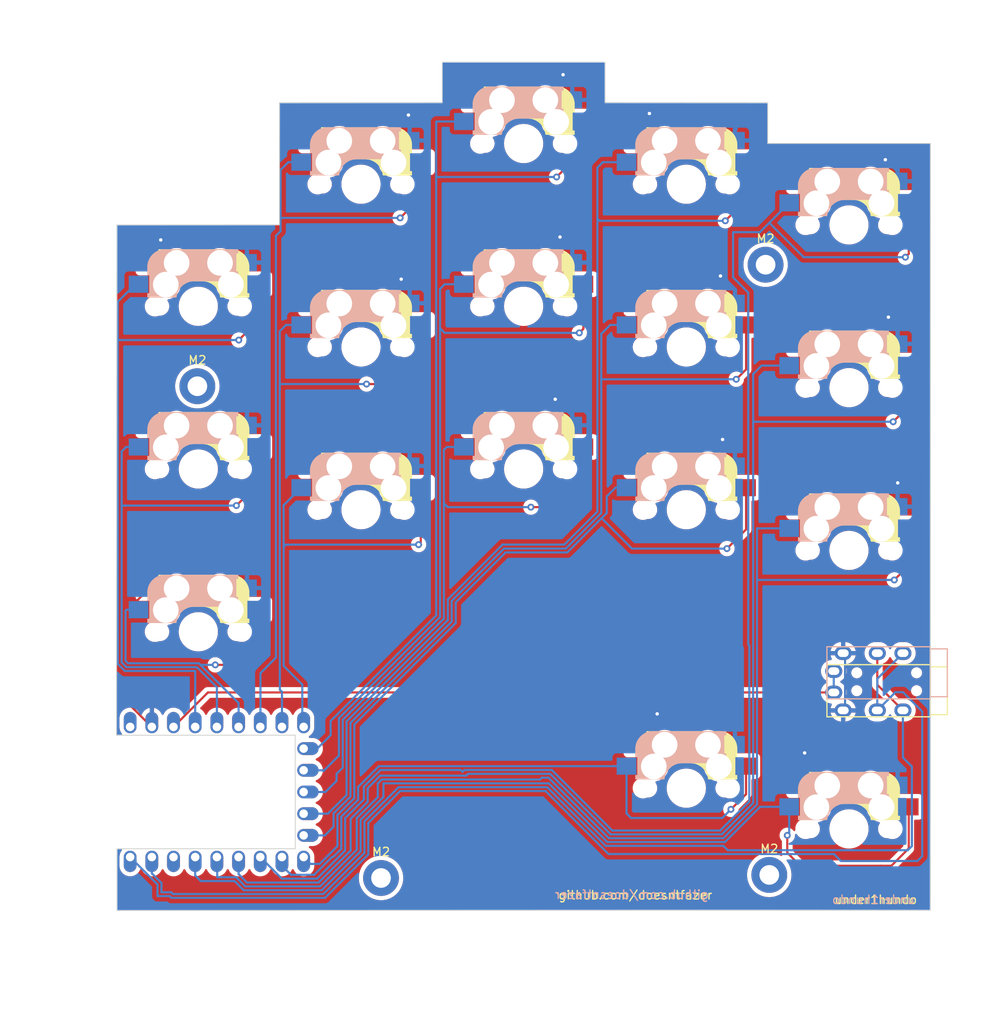
<source format=kicad_pcb>
(kicad_pcb (version 20221018) (generator pcbnew)
  (layers (0 "F.Cu" signal) (31 "B.Cu" signal) (34 "B.Paste" user) (35 "F.Paste" user) (36 "B.SilkS" user "B.Silkscreen") (37 "F.SilkS" user "F.Silkscreen") (38 "B.Mask" user) (39 "F.Mask" user) (44 "Edge.Cuts" user))
  (net 0 "")
  (net 1 "GND")
  (net 2 "TX")
  (net 3 "RX")
  (net 4 "3v3")
  (net 6 "R1")
  (net 7 "R2")
  (net 8 "R3")
  (net 9 "R4")
  (net 10 "R5")
  (net 11 "R6")
  (net 12 "R7")
  (net 13 "R8")
  (net 14 "R9")
  (net 15 "R10")
  (net 16 "R11")
  (net 17 "R12")
  (net 18 "R13")
  (net 19 "R14")
  (net 20 "R15")
  (net 21 "R16")
  (net 22 "R17")
  (footprint "kbd:CherryMX_MidHeight_Hotswap" (layer "F.Cu") (at 229.982 90.591)
    (fp_text reference "SW15" hide)
    (fp_text value "SW_PUSH" hide)
  )
  (footprint "kbd:CherryMX_MidHeight_Hotswap" (layer "F.Cu") (at 191.882 81.066)
    (fp_text reference "SW13" hide)
    (fp_text value "SW_PUSH" hide)
  )
  (footprint "kbd:CherryMX_MidHeight_Hotswap" (layer "F.Cu") (at 229.982 123.19)
    (fp_text reference "SW17" hide)
    (fp_text value "SW_PUSH" hide)
  )
  (footprint "kbd:CherryMX_MidHeight_Hotswap" (layer "F.Cu") (at 153.782 81.066)
    (fp_text reference "SW6" hide)
    (fp_text value "SW_PUSH" hide)
  )
  (footprint "kbd:CherryMX_MidHeight_Hotswap" (layer "F.Cu") (at 210.932 118.4275)
    (fp_text reference "SW16" hide)
    (fp_text value "SW_PUSH" hide)
  )
  (footprint "kbd:M2_Hole_TH" (layer "F.Cu") (at 175.18 128.94)
    (fp_text reference "M2")
    (fp_text value "M2_Hole_TH")
  )
  (footprint "kbd:CherryMX_MidHeight_Hotswap" (layer "F.Cu") (at 172.832 47.7285)
    (fp_text reference "SW2" hide)
    (fp_text value "SW_PUSH" hide)
  )
  (footprint "kbd:M2_Hole_TH" (layer "F.Cu") (at 153.67 71.374)
    (fp_text reference "M2")
    (fp_text value "M2_Hole_TH")
  )
  (footprint "kbd:CherryMX_MidHeight_Hotswap" (layer "F.Cu") (at 210.932 66.7785)
    (fp_text reference "SW9" hide)
    (fp_text value "SW_PUSH" hide)
  )
  (footprint "kbd:CherryMX_MidHeight_Hotswap" (layer "F.Cu") (at 153.782 62.016)
    (fp_text reference "SW1" hide)
    (fp_text value "SW_PUSH" hide)
  )
  (footprint "kbd:CherryMX_MidHeight_Hotswap" (layer "F.Cu") (at 172.832 66.7785)
    (fp_text reference "SW7" hide)
    (fp_text value "SW_PUSH" hide)
  )
  (footprint "Keebio-Parts.pretty-master:TRRS-PJ-320A-rev - Copy" (layer "F.Cu") (at 238.484 106.514 -90)
    (fp_text reference "U2")
    (fp_text value "TRRS")
  )
  (footprint "kbd:CherryMX_MidHeight_Hotswap" (layer "F.Cu") (at 210.932 47.7285)
    (fp_text reference "SW4" hide)
    (fp_text value "SW_PUSH" hide)
  )
  (footprint "kbd:M2_Hole_TH" (layer "F.Cu") (at 220.218 57.15)
    (fp_text reference "M2")
    (fp_text value "M2_Hole_TH")
  )
  (footprint "kbd:CherryMX_MidHeight_Hotswap" (layer "F.Cu") (at 229.982 71.541)
    (fp_text reference "SW10" hide)
    (fp_text value "SW_PUSH" hide)
  )
  (footprint "kbd:CherryMX_MidHeight_Hotswap" (layer "F.Cu") (at 229.982 52.491)
    (fp_text reference "SW5" hide)
    (fp_text value "SW_PUSH" hide)
  )
  (footprint "kbd:CherryMX_MidHeight_Hotswap" (layer "F.Cu") (at 191.882 42.966)
    (fp_text reference "SW3" hide)
    (fp_text value "SW_PUSH" hide)
  )
  (footprint "kbd:M2_Hole_TH" (layer "F.Cu") (at 220.65 128.58)
    (fp_text reference "M2")
    (fp_text value "M2_Hole_TH")
  )
  (footprint "kbd:CherryMX_MidHeight_Hotswap" (layer "F.Cu") (at 153.782 100.116)
    (fp_text reference "SW11" hide)
    (fp_text value "SW_PUSH" hide)
  )
  (footprint "kbd:CherryMX_MidHeight_Hotswap" (layer "F.Cu") (at 191.882 62.016)
    (fp_text reference "SW8" hide)
    (fp_text value "SW_PUSH" hide)
  )
  (footprint "kbd:CherryMX_MidHeight_Hotswap" (layer "F.Cu") (at 172.832 85.8285)
    (fp_text reference "SW12" hide)
    (fp_text value "SW_PUSH" hide)
  )
  (footprint "kbd:CherryMX_MidHeight_Hotswap" (layer "F.Cu") (at 210.932 85.8285)
    (fp_text reference "SW14" hide)
    (fp_text value "SW_PUSH" hide)
  )
  (footprint "mcu:rp2040-zero-tht-nocut" (layer "B.Cu") (at 155.956 118.872 -90)
    (fp_text reference "U1" hide)
    (fp_text value "rp2040-zero" hide)
  )
  (gr_line (start 201.42 38.18) (end 220.47 38.19) (stroke (width 0.1)) (layer "Edge.Cuts"))
  (gr_line (start 220.47 38.19) (end 220.47 42.95) (stroke (width 0.1)) (layer "Edge.Cuts"))
  (gr_line (start 163.28 52.48) (end 163.29 38.19) (stroke (width 0.1)) (layer "Edge.Cuts"))
  (gr_line (start 144.2 112.23) (end 144.24 52.49) (stroke (width 0.1)) (layer "Edge.Cuts"))
  (gr_line (start 220.46 132.71) (end 144.25 132.74) (stroke (width 0.1)) (layer "Edge.Cuts"))
  (gr_line (start 165.14 125.51) (end 165.13 112.22) (stroke (width 0.1)) (layer "Edge.Cuts"))
  (gr_line (start 165.13 112.22) (end 144.2 112.23) (stroke (width 0.1)) (layer "Edge.Cuts"))
  (gr_line (start 144.25 125.52) (end 165.14 125.51) (stroke (width 0.1)) (layer "Edge.Cuts"))
  (gr_line (start 163.29 38.19) (end 182.35 38.18) (stroke (width 0.1)) (layer "Edge.Cuts"))
  (gr_line (start 239.51 132.72) (end 220.46 132.71) (stroke (width 0.1)) (layer "Edge.Cuts"))
  (gr_line (start 144.24 52.49) (end 163.28 52.48) (stroke (width 0.1)) (layer "Edge.Cuts"))
  (gr_line (start 201.42 33.43) (end 201.42 38.18) (stroke (width 0.1)) (layer "Edge.Cuts"))
  (gr_line (start 182.35 38.18) (end 182.35 33.43) (stroke (width 0.1)) (layer "Edge.Cuts"))
  (gr_line (start 144.25 132.74) (end 144.25 125.52) (stroke (width 0.1)) (layer "Edge.Cuts"))
  (gr_line (start 182.35 33.43) (end 201.42 33.43) (stroke (width 0.1)) (layer "Edge.Cuts"))
  (gr_line (start 239.52 42.95) (end 239.51 132.72) (stroke (width 0.1)) (layer "Edge.Cuts"))
  (gr_line (start 220.47 42.95) (end 239.52 42.95) (stroke (width 0.1)) (layer "Edge.Cuts"))
  (gr_text "github.com/doesntfazer" (at 213.65 131.46) (layer "B.SilkS") (effects (font (size 1 1)) (justify left bottom mirror)))
  (gr_text "under1hundo" (at 237.79 132.06) (layer "B.SilkS") (effects (font (size 1 1)) (justify left bottom mirror)))
  (gr_text "github.com/doesntfazer" (at 195.87 131.53) (layer "F.SilkS") (effects (font (size 1 1)) (justify left bottom)))
  (gr_text "under1hundo" (at 228.18 132.06) (layer "F.SilkS") (effects (font (size 1 1)) (justify left bottom)))
  (segment (start 148.082 55.548) (end 149.38 54.25) (width 0.25) (layer "F.Cu") (net 1))
  (segment (start 205.27 77.61) (end 205.232 77.648) (width 0.25) (layer "F.Cu") (net 1))
  (segment (start 186.182 54.392) (end 186.182 56.896) (width 0.25) (layer "F.Cu") (net 1))
  (segment (start 167.132 42.6085) (end 167.132 39.558) (width 0.25) (layer "F.Cu") (net 1))
  (segment (start 196.14 53.91) (end 186.56 53.91) (width 0.25) (layer "F.Cu") (net 1))
  (segment (start 205.232 40.828) (end 206.61 39.45) (width 0.25) (layer "F.Cu") (net 1))
  (segment (start 186.51 34.91) (end 186.182 35.238) (width 0.25) (layer "F.Cu") (net 1))
  (segment (start 225.03 44.86) (end 224.282 45.608) (width 0.25) (layer "F.Cu") (net 1))
  (segment (start 224.68 63.29) (end 224.24 63.73) (width 0.25) (layer "F.Cu") (net 1))
  (segment (start 205.232 42.6085) (end 205.232 40.828) (width 0.25) (layer "F.Cu") (net 1))
  (segment (start 224.24 63.73) (end 224.282 63.772) (width 0.25) (layer "F.Cu") (net 1))
  (segment (start 167.132 59.908) (end 167.132 61.6585) (width 0.25) (layer "F.Cu") (net 1))
  (segment (start 235.69 82.69) (end 225.01 82.69) (width 0.25) (layer "F.Cu") (net 1))
  (segment (start 186.69 72.898) (end 186.182 73.406) (width 0.25) (layer "F.Cu") (net 1))
  (segment (start 224.282 45.608) (end 224.282 47.371) (width 0.25) (layer "F.Cu") (net 1))
  (segment (start 205.232 113.3075) (end 205.232 112.014) (width 0.25) (layer "F.Cu") (net 1))
  (segment (start 177.54 58.84) (end 168.2 58.84) (width 0.25) (layer "F.Cu") (net 1))
  (segment (start 224.282 63.772) (end 224.282 66.421) (width 0.25) (layer "F.Cu") (net 1))
  (segment (start 148.31628 111.252) (end 145.47 108.40572) (width 0.25) (layer "F.Cu") (net 1))
  (segment (start 206.66 58.47) (end 205.232 59.898) (width 0.25) (layer "F.Cu") (net 1))
  (segment (start 205.232 112.014) (end 207.518 109.728) (width 0.25) (layer "F.Cu") (net 1))
  (segment (start 224.282 83.418) (end 224.282 85.471) (width 0.25) (layer "F.Cu") (net 1))
  (segment (start 215.18 77.61) (end 205.27 77.61) (width 0.25) (layer "F.Cu") (net 1))
  (segment (start 186.182 35.238) (end 186.182 37.846) (width 0.25) (layer "F.Cu") (net 1))
  (segment (start 148.082 56.896) (end 148.082 55.548) (width 0.25) (layer "F.Cu") (net 1))
  (segment (start 167.132 39.558) (end 167.28 39.41) (width 0.25) (layer "F.Cu") (net 1))
  (segment (start 224.282 118.07) (end 224.282 114.808) (width 0.25) (layer "F.Cu") (net 1))
  (segment (start 167.28 39.41) (end 178.17 39.41) (width 0.25) (layer "F.Cu") (net 1))
  (segment (start 195.58 72.898) (end 186.69 72.898) (width 0.25) (layer "F.Cu") (net 1))
  (segment (start 214.93 58.47) (end 206.66 58.47) (width 0.25) (layer "F.Cu") (net 1))
  (segment (start 186.182 73.406) (end 186.182 75.946) (width 0.25) (layer "F.Cu") (net 1))
  (segment (start 178.17 39.41) (end 178.39 39.63) (width 0.25) (layer "F.Cu") (net 1))
  (segment (start 148.336 111.252) (end 148.31628 111.252) (width 0.25) (layer "F.Cu") (net 1))
  (segment (start 234.24 44.86) (end 225.03 44.86) (width 0.25) (layer "F.Cu") (net 1))
  (segment (start 205.232 77.648) (end 205.232 80.7085) (width 0.25) (layer "F.Cu") (net 1))
  (segment (start 186.56 53.91) (end 186.13 54.34) (width 0.25) (layer "F.Cu") (net 1))
  (segment (start 186.13 54.34) (end 186.182 54.392) (width 0.25) (layer "F.Cu") (net 1))
  (segment (start 234.6 63.29) (end 224.68 63.29) (width 0.25) (layer "F.Cu") (net 1))
  (segment (start 196.5 34.91) (end 186.51 34.91) (width 0.25) (layer "F.Cu") (net 1))
  (segment (start 205.232 59.898) (end 205.232 61.6585) (width 0.25) (layer "F.Cu") (net 1))
  (segment (start 224.282 114.808) (end 224.79 114.3) (width 0.25) (layer "F.Cu") (net 1))
  (segment (start 168.2 58.84) (end 167.132 59.908) (width 0.25) (layer "F.Cu") (net 1))
  (segment (start 225.01 82.69) (end 224.282 83.418) (width 0.25) (layer "F.Cu") (net 1))
  (segment (start 145.47 108.40572) (end 145.47 97.608) (width 0.25) (layer "F.Cu") (net 1))
  (segment (start 145.47 97.608) (end 148.082 94.996) (width 0.25) (layer "F.Cu") (net 1))
  (via (at 235.69 82.69) (size 0.8) (drill 0.4) (layers "F.Cu" "B.Cu") (net 1))
  (via (at 196.5 34.91) (size 0.8) (drill 0.4) (layers "F.Cu" "B.Cu") (net 1))
  (via (at 195.58 72.898) (size 0.8) (drill 0.4) (layers "F.Cu" "B.Cu") (net 1))
  (via (at 206.61 39.45) (size 0.8) (drill 0.4) (layers "F.Cu" "B.Cu") (net 1))
  (via (at 207.518 109.728) (size 0.8) (drill 0.4) (layers "F.Cu" "B.Cu") (net 1))
  (via (at 178.39 39.63) (size 0.8) (drill 0.4) (layers "F.Cu" "B.Cu") (net 1))
  (via (at 149.38 54.25) (size 0.8) (drill 0.4) (layers "F.Cu" "B.Cu") (net 1))
  (via (at 234.6 63.29) (size 0.8) (drill 0.4) (layers "F.Cu" "B.Cu") (net 1))
  (via (at 177.54 58.84) (size 0.8) (drill 0.4) (layers "F.Cu" "B.Cu") (net 1))
  (via (at 214.93 58.47) (size 0.8) (drill 0.4) (layers "F.Cu" "B.Cu") (net 1))
  (via (at 234.24 44.86) (size 0.8) (drill 0.4) (layers "F.Cu" "B.Cu") (net 1))
  (via (at 196.14 53.91) (size 0.8) (drill 0.4) (layers "F.Cu" "B.Cu") (net 1))
  (via (at 224.79 114.3) (size 0.8) (drill 0.4) (layers "F.Cu" "B.Cu") (net 1))
  (via (at 215.18 77.61) (size 0.8) (drill 0.4) (layers "F.Cu" "B.Cu") (net 1))
  (segment (start 216.84 39.99) (end 216.84 41.25) (width 0.25) (layer "B.Cu") (net 1))
  (segment (start 216.632 80.7085) (end 216.632 79.062) (width 0.25) (layer "B.Cu") (net 1))
  (segment (start 159.482 54.772) (end 159.482 56.896) (width 0.25) (layer "B.Cu") (net 1))
  (segment (start 178.532 59.832) (end 177.54 58.84) (width 0.25) (layer "B.Cu") (net 1))
  (segment (start 197.582 56.896) (end 197.582 55.352) (width 0.25) (layer "B.Cu") (net 1))
  (segment (start 216.632 79.062) (end 215.18 77.61) (width 0.25) (layer "B.Cu") (net 1))
  (segment (start 207.518 109.728) (end 214.884 109.728) (width 0.25) (layer "B.Cu") (net 1))
  (segment (start 235.682 64.372) (end 234.6 63.29) (width 0.25) (layer "B.Cu") (net 1))
  (segment (start 216.662 111.506) (end 216.632 111.536) (width 0.25) (layer "B.Cu") (net 1))
  (segment (start 178.532 39.772) (end 178.532 42.6085) (width 0.25) (layer "B.Cu") (net 1))
  (segment (start 197.582 55.352) (end 196.14 53.91) (width 0.25) (layer "B.Cu") (net 1))
  (segment (start 216.632 41.458) (end 216.632 42.6085) (width 0.25) (layer "B.Cu") (net 1))
  (segment (start 206.61 39.45) (end 216.3 39.45) (width 0.25) (layer "B.Cu") (net 1))
  (segment (start 216.84 41.25) (end 216.632 41.458) (width 0.25) (layer "B.Cu") (net 1))
  (segment (start 149.38 54.25) (end 158.96 54.25) (width 0.25) (layer "B.Cu") (net 1))
  (segment (start 235.682 66.421) (end 235.682 64.372) (width 0.25) (layer "B.Cu") (net 1))
  (segment (start 235.682 82.698) (end 235.69 82.69) (width 0.25) (layer "B.Cu") (net 1))
  (segment (start 235.682 46.302) (end 234.24 44.86) (width 0.25) (layer "B.Cu") (net 1))
  (segment (start 197.582 37.846) (end 197.582 35.992) (width 0.25) (layer "B.Cu") (net 1))
  (segment (start 224.79 114.3) (end 234.696 114.3) (width 0.25) (layer "B.Cu") (net 1))
  (segment (start 229.3 109.32) (end 229.525 109.095) (width 0.25) (layer "B.Cu") (net 1))
  (segment (start 214.884 109.728) (end 216.662 111.506) (width 0.25) (layer "B.Cu") (net 1))
  (segment (start 216.3 39.45) (end 216.84 39.99) (width 0.25) (layer "B.Cu") (net 1))
  (segment (start 229.525 102.845) (end 229.3 102.62) (width 0.25) (layer "B.Cu") (net 1))
  (segment (start 197.582 74.9) (end 195.58 72.898) (width 0.25) (layer "B.Cu") (net 1))
  (segment (start 216.632 61.6585) (end 216.632 60.172) (width 0.25) (layer "B.Cu") (net 1))
  (segment (start 197.582 75.946) (end 197.582 74.9) (width 0.25) (layer "B.Cu") (net 1))
  (segment (start 158.96 54.25) (end 159.482 54.772) (width 0.25) (layer "B.Cu") (net 1))
  (segment (start 178.532 61.6585) (end 178.532 59.832) (width 0.25) (layer "B.Cu") (net 1))
  (segment (start 197.582 35.992) (end 196.5 34.91) (width 0.25) (layer "B.Cu") (net 1))
  (segment (start 216.632 60.172) (end 214.93 58.47) (width 0.25) (layer "B.Cu") (net 1))
  (segment (start 216.632 111.536) (end 216.632 113.3075) (width 0.25) (layer "B.Cu") (net 1))
  (segment (start 178.39 39.63) (end 178.532 39.772) (width 0.25) (layer "B.Cu") (net 1))
  (segment (start 235.682 47.371) (end 235.682 46.302) (width 0.25) (layer "B.Cu") (net 1))
  (segment (start 235.682 115.286) (end 235.682 118.07) (width 0.25) (layer "B.Cu") (net 1))
  (segment (start 235.682 85.471) (end 235.682 82.698) (width 0.25) (layer "B.Cu") (net 1))
  (segment (start 234.696 114.3) (end 235.682 115.286) (width 0.25) (layer "B.Cu") (net 1))
  (segment (start 229.525 109.095) (end 229.525 102.845) (width 0.25) (layer "B.Cu") (net 1))
  (segment (start 238.56 109.44) (end 238.56 126.39) (width 0.25) (layer "B.Cu") (net 2))
  (segment (start 233.3 109.32) (end 233.3 105.62) (width 0.25) (layer "B.Cu") (net 2))
  (segment (start 238 126.95) (end 229.04 126.95) (width 0.25) (layer "B.Cu") (net 2))
  (segment (start 194.440812 118.76) (end 177.425584 118.76) (width 0.25) (layer "B.Cu") (net 2))
  (segment (start 228.23 126.14) (end 201.820812 126.14) (width 0.25) (layer "B.Cu") (net 2))
  (segment (start 236.31 107.19) (end 238.56 109.44) (width 0.25) (layer "B.Cu") (net 2))
  (segment (start 177.425584 118.76) (end 173.688198 122.497386) (width 0.25) (layer "B.Cu") (net 2))
  (segment (start 233.3 109.32) (end 235.39 107.23) (width 0.25) (layer "B.Cu") (net 2))
  (segment (start 149 131.06) (end 150.423604 131.06) (width 0.25) (layer "B.Cu") (net 2))
  (segment (start 173.688198 122.497386) (end 173.688198 126.193782) (width 0.25) (layer "B.Cu") (net 2))
  (segment (start 238.56 126.39) (end 238 126.95) (width 0.25) (layer "B.Cu") (net 2))
  (segment (start 235.39 107.19) (end 236.31 107.19) (width 0.25) (layer "B.Cu") (net 2))
  (segment (start 149 129.696) (end 149 131.06) (width 0.25) (layer "B.Cu") (net 2))
  (segment (start 150.423604 131.06) (end 150.633604 131.27) (width 0.25) (layer "B.Cu") (net 2))
  (segment (start 173.688198 126.193782) (end 168.61198 131.27) (width 0.25) (layer "B.Cu") (net 2))
  (segment (start 168.61198 131.27) (end 150.633604 131.27) (width 0.25) (layer "B.Cu") (net 2))
  (segment (start 235.39 107.23) (end 235.39 107.19) (width 0.25) (layer "B.Cu") (net 2))
  (segment (start 201.820812 126.14) (end 194.440812 118.76) (width 0.25) (layer "B.Cu") (net 2))
  (segment (start 145.796 126.492) (end 149 129.696) (width 0.25) (layer "B.Cu") (net 2))
  (segment (start 229.04 126.95) (end 228.23 126.14) (width 0.25) (layer "B.Cu") (net 2))
  (segment (start 233.3 105.62) (end 236.3 102.62) (width 0.25) (layer "B.Cu") (net 2))
  (segment (start 233.3 102.62) (end 233.3 106.32) (width 0.25) (layer "F.Cu") (net 3))
  (segment (start 233.3 106.32) (end 236.3 109.32) (width 0.25) (layer "F.Cu") (net 3))
  (segment (start 237.35 115.89) (end 236.3 114.84) (width 0.25) (layer "B.Cu") (net 3))
  (segment (start 236.3 114.84) (end 236.3 109.32) (width 0.25) (layer "B.Cu") (net 3))
  (segment (start 173.238198 126.007386) (end 173.238198 122.31099) (width 0.25) (layer "B.Cu") (net 3))
  (segment (start 173.238198 122.31099) (end 177.239188 118.31) (width 0.25) (layer "B.Cu") (net 3))
  (segment (start 201.497208 125.18) (end 215.272792 125.18) (width 0.25) (layer "B.Cu") (net 3))
  (segment (start 215.272792 125.18) (end 215.782792 125.69) (width 0.25) (layer "B.Cu") (net 3))
  (segment (start 215.782792 125.69) (end 236.87 125.69) (width 0.25) (layer "B.Cu") (net 3))
  (segment (start 150.61 130.61) (end 150.82 130.82) (width 0.25) (layer "B.Cu") (net 3))
  (segment (start 150.82 130.82) (end 168.425584 130.82) (width 0.25) (layer "B.Cu") (net 3))
  (segment (start 149.47 130.61) (end 150.61 130.61) (width 0.25) (layer "B.Cu") (net 3))
  (segment (start 148.336 126.492) (end 148.336 128.395604) (width 0.25) (layer "B.Cu") (net 3))
  (segment (start 236.87 125.69) (end 237.35 125.21) (width 0.25) (layer "B.Cu") (net 3))
  (segment (start 237.35 125.21) (end 237.35 115.89) (width 0.25) (layer "B.Cu") (net 3))
  (segment (start 194.627208 118.31) (end 201.497208 125.18) (width 0.25) (layer "B.Cu") (net 3))
  (segment (start 168.425584 130.82) (end 173.238198 126.007386) (width 0.25) (layer "B.Cu") (net 3))
  (segment (start 149.47 129.529604) (end 149.47 130.61) (width 0.25) (layer "B.Cu") (net 3))
  (segment (start 148.336 128.395604) (end 149.47 129.529604) (width 0.25) (layer "B.Cu") (net 3))
  (segment (start 177.239188 118.31) (end 194.627208 118.31) (width 0.25) (layer "B.Cu") (net 3))
  (segment (start 154.908 107.22) (end 150.876 111.252) (width 0.25) (layer "F.Cu") (net 4))
  (segment (start 228.2 107.22) (end 154.908 107.22) (width 0.25) (layer "F.Cu") (net 4))
  (segment (start 228.2 107.22) (end 228.2 104.72) (width 0.25) (layer "B.Cu") (net 4))
  (segment (start 160.782 63.708) (end 158.52 65.97) (width 0.25) (layer "F.Cu") (net 6))
  (segment (start 160.782 59.436) (end 160.782 63.708) (width 0.25) (layer "F.Cu") (net 6))
  (via (at 158.52 65.97) (size 0.8) (drill 0.4) (layers "F.Cu" "B.Cu") (net 6))
  (segment (start 146.404 59.436) (end 144.35898 61.48102) (width 0.25) (layer "B.Cu") (net 6))
  (segment (start 144.357086 64.310011) (end 144.357086 65.97) (width 0.25) (layer "B.Cu") (net 6))
  (segment (start 144.357086 65.97) (end 144.357086 103.887086) (width 0.25) (layer "B.Cu") (net 6))
  (segment (start 144.35898 61.48102) (end 144.357086 64.310011) (width 0.25) (layer "B.Cu") (net 6))
  (segment (start 146.782 59.436) (end 146.404 59.436) (width 0.25) (layer "B.Cu") (net 6))
  (segment (start 144.357086 103.887086) (end 145.176 104.706) (width 0.25) (layer "B.Cu") (net 6))
  (segment (start 145.176 104.706) (end 153.416 104.706) (width 0.25) (layer "B.Cu") (net 6))
  (segment (start 153.416 104.706) (end 153.416 111.252) (width 0.25) (layer "B.Cu") (net 6))
  (segment (start 158.52 65.97) (end 144.357086 65.97) (width 0.25) (layer "B.Cu") (net 6))
  (segment (start 179.832 45.1485) (end 179.832 49.258) (width 0.25) (layer "F.Cu") (net 7))
  (segment (start 179.832 49.258) (end 177.42 51.67) (width 0.25) (layer "F.Cu") (net 7))
  (via (at 177.42 51.67) (size 0.8) (drill 0.4) (layers "F.Cu" "B.Cu") (net 7))
  (segment (start 163.409492 53.230508) (end 162.87 53.77) (width 0.25) (layer "B.Cu") (net 7))
  (segment (start 177.42 51.67) (end 163.549492 51.67) (width 0.25) (layer "B.Cu") (net 7))
  (segment (start 162.87 103.15) (end 161.06 104.96) (width 0.25) (layer "B.Cu") (net 7))
  (segment (start 164.3215 45.1485) (end 163.409492 46.060508) (width 0.25) (layer "B.Cu") (net 7))
  (segment (start 161.06 104.96) (end 161.06 111.228) (width 0.25) (layer "B.Cu") (net 7))
  (segment (start 161.06 111.228) (end 161.036 111.252) (width 0.25) (layer "B.Cu") (net 7))
  (segment (start 163.549492 51.67) (end 163.409492 51.81) (width 0.25) (layer "B.Cu") (net 7))
  (segment (start 162.87 53.77) (end 162.87 103.15) (width 0.25) (layer "B.Cu") (net 7))
  (segment (start 163.409492 46.060508) (end 163.409492 51.81) (width 0.25) (layer "B.Cu") (net 7))
  (segment (start 163.409492 51.81) (end 163.409492 53.230508) (width 0.25) (layer "B.Cu") (net 7))
  (segment (start 165.832 45.1485) (end 164.3215 45.1485) (width 0.25) (layer "B.Cu") (net 7))
  (segment (start 198.882 43.738) (end 195.74 46.88) (width 0.25) (layer "F.Cu") (net 8))
  (segment (start 198.882 40.386) (end 198.882 43.738) (width 0.25) (layer "F.Cu") (net 8))
  (via (at 195.74 46.88) (size 0.8) (drill 0.4) (layers "F.Cu" "B.Cu") (net 8))
  (segment (start 181.72 46.88) (end 181.64 46.8) (width 0.25) (layer "B.Cu") (net 8))
  (segment (start 181.64 40.43) (end 181.64 46.8) (width 0.25) (layer "B.Cu") (net 8))
  (segment (start 195.74 46.88) (end 181.72 46.88) (width 0.25) (layer "B.Cu") (net 8))
  (segment (start 167.708 113.792) (end 166.116 113.792) (width 0.25) (layer "B.Cu") (net 8))
  (segment (start 181.684 40.386) (end 181.64 40.43) (width 0.25) (layer "B.Cu") (net 8))
  (segment (start 184.882 40.386) (end 181.684 40.386) (width 0.25) (layer "B.Cu") (net 8))
  (segment (start 181.64 98.2) (end 169.28 110.56) (width 0.25) (layer "B.Cu") (net 8))
  (segment (start 181.64 46.8) (end 181.64 98.2) (width 0.25) (layer "B.Cu") (net 8))
  (segment (start 169.28 110.56) (end 169.28 112.22) (width 0.25) (layer "B.Cu") (net 8))
  (segment (start 169.28 112.22) (end 167.708 113.792) (width 0.25) (layer "B.Cu") (net 8))
  (segment (start 217.932 49.578) (end 215.5 52.01) (width 0.25) (layer "F.Cu") (net 9))
  (segment (start 217.932 45.1485) (end 217.932 49.578) (width 0.25) (layer "F.Cu") (net 9))
  (via (at 215.5 52.01) (size 0.8) (drill 0.4) (layers "F.Cu" "B.Cu") (net 9))
  (segment (start 171.146396 110.602792) (end 171.146396 119.223604) (width 0.25) (layer "B.Cu") (net 9))
  (segment (start 200.52 86.04) (end 196.65 89.91) (width 0.25) (layer "B.Cu") (net 9))
  (segment (start 200.52 45.78) (end 200.52 51.77) (width 0.25) (layer "B.Cu") (net 9))
  (segment (start 215.5 52.01) (end 200.76 52.01) (width 0.25) (layer "B.Cu") (net 9))
  (segment (start 183.01 96.32) (end 183.01 98.739188) (width 0.25) (layer "B.Cu") (net 9))
  (segment (start 200.52 51.77) (end 200.52 86.04) (width 0.25) (layer "B.Cu") (net 9))
  (segment (start 203.932 45.1485) (end 201.1515 45.1485) (width 0.25) (layer "B.Cu") (net 9))
  (segment (start 171.146396 119.223604) (end 168.958 121.412) (width 0.25) (layer "B.Cu") (net 9))
  (segment (start 201.1515 45.1485) (end 200.52 45.78) (width 0.25) (layer "B.Cu") (net 9))
  (segment (start 168.958 121.412) (end 166.116 121.412) (width 0.25) (layer "B.Cu") (net 9))
  (segment (start 200.76 52.01) (end 200.52 51.77) (width 0.25) (layer "B.Cu") (net 9))
  (segment (start 196.65 89.91) (end 189.42 89.91) (width 0.25) (layer "B.Cu") (net 9))
  (segment (start 189.42 89.91) (end 183.01 96.32) (width 0.25) (layer "B.Cu") (net 9))
  (segment (start 183.01 98.739188) (end 171.146396 110.602792) (width 0.25) (layer "B.Cu") (net 9))
  (segment (start 236.982 49.911) (end 236.982 55.878) (width 0.25) (layer "F.Cu") (net 10))
  (segment (start 236.982 55.878) (end 236.59 56.27) (width 0.25) (layer "F.Cu") (net 10))
  (via (at 236.59 56.27) (size 0.8) (drill 0.4) (layers "F.Cu" "B.Cu") (net 10))
  (segment (start 184.9325 116.2975) (end 184.72 116.51) (width 0.25) (layer "B.Cu") (net 10))
  (segment (start 220.6475 52.2455) (end 219.5045 53.3885) (width 0.25) (layer "B.Cu") (net 10))
  (segment (start 216.408 58.6345) (end 216.408 53.34) (width 0.25) (layer "B.Cu") (net 10))
  (segment (start 218.31 119.97) (end 218.31 101.724) (width 0.25) (layer "B.Cu") (net 10))
  (segment (start 236.59 56.27) (end 224.672 56.27) (width 0.25) (layer "B.Cu") (net 10))
  (segment (start 184.72 116.51) (end 184.5075 116.2975) (width 0.25) (layer "B.Cu") (net 10))
  (segment (start 195.1775 116.2975) (end 184.9325 116.2975) (width 0.25) (layer "B.Cu") (net 10))
  (segment (start 184.5075 116.2975) (end 175.115292 116.2975) (width 0.25) (layer "B.Cu") (net 10))
  (segment (start 202.26 123.38) (end 195.1775 116.2975) (width 0.25) (layer "B.Cu") (net 10))
  (segment (start 173.171396 118.241396) (end 173.171396 119.744188) (width 0.25) (layer "B.Cu") (net 10))
  (segment (start 222.982 49.911) (end 220.6475 52.2455) (width 0.25) (layer "B.Cu") (net 10))
  (segment (start 219.456 53.34) (end 219.5045 53.3885) (width 0.25) (layer "B.Cu") (net 10))
  (segment (start 173.171396 119.744188) (end 170.97 121.945584) (width 0.25) (layer "B.Cu") (net 10))
  (segment (start 216.408 53.34) (end 219.456 53.34) (width 0.25) (layer "B.Cu") (net 10))
  (segment (start 167.68 129.02) (end 163.564 129.02) (width 0.25) (layer "B.Cu") (net 10))
  (segment (start 218.31 101.724) (end 218.186 101.6) (width 0.25) (layer "B.Cu") (net 10))
  (segment (start 175.115292 116.2975) (end 173.171396 118.241396) (width 0.25) (layer "B.Cu") (net 10))
  (segment (start 224.672 56.27) (end 220.6475 52.2455) (width 0.25) (layer "B.Cu") (net 10))
  (segment (start 218.186 60.4125) (end 216.408 58.6345) (width 0.25) (layer "B.Cu") (net 10))
  (segment (start 218.31 119.97) (end 214.9 123.38) (width 0.25) (layer "B.Cu") (net 10))
  (segment (start 163.564 129.02) (end 161.036 126.492) (width 0.25) (layer "B.Cu") (net 10))
  (segment (start 218.186 101.6) (end 218.186 60.4125) (width 0.25) (layer "B.Cu") (net 10))
  (segment (start 170.97 121.945584) (end 170.97 125.73) (width 0.25) (layer "B.Cu") (net 10))
  (segment (start 214.9 123.38) (end 202.26 123.38) (width 0.25) (layer "B.Cu") (net 10))
  (segment (start 170.97 125.73) (end 167.68 129.02) (width 0.25) (layer "B.Cu") (net 10))
  (segment (start 160.782 78.486) (end 160.782 82.804) (width 0.25) (layer "F.Cu") (net 11))
  (segment (start 160.782 82.804) (end 158.242 85.344) (width 0.25) (layer "F.Cu") (net 11))
  (via (at 158.242 85.344) (size 0.8) (drill 0.4) (layers "F.Cu" "B.Cu") (net 11))
  (segment (start 158.242 85.344) (end 144.807086 85.344) (width 0.25) (layer "B.Cu") (net 11))
  (segment (start 144.807086 103.70069) (end 145.362396 104.256) (width 0.25) (layer "B.Cu") (net 11))
  (segment (start 146.782 78.486) (end 145.321086 78.486) (width 0.25) (layer "B.Cu") (net 11))
  (segment (start 155.956 106.609604) (end 155.956 111.252) (width 0.25) (layer "B.Cu") (net 11))
  (segment (start 145.321086 78.486) (end 144.807086 79) (width 0.25) (layer "B.Cu") (net 11))
  (segment (start 153.602396 104.256) (end 155.956 106.609604) (width 0.25) (layer "B.Cu") (net 11))
  (segment (start 144.807086 79) (end 144.807086 85.344) (width 0.25) (layer "B.Cu") (net 11))
  (segment (start 144.807086 85.344) (end 144.807086 103.70069) (width 0.25) (layer "B.Cu") (net 11))
  (segment (start 145.362396 104.256) (end 153.602396 104.256) (width 0.25) (layer "B.Cu") (net 11))
  (segment (start 178.816 71.12) (end 173.482 71.12) (width 0.25) (layer "F.Cu") (net 12))
  (segment (start 179.832 70.104) (end 178.816 71.12) (width 0.25) (layer "F.Cu") (net 12))
  (segment (start 179.832 64.1985) (end 179.832 70.104) (width 0.25) (layer "F.Cu") (net 12))
  (via (at 173.482 71.12) (size 0.8) (drill 0.4) (layers "F.Cu" "B.Cu") (net 12))
  (segment (start 163.58 111.248) (end 163.576 111.252) (width 0.25) (layer "B.Cu") (net 12))
  (segment (start 163.33 96.23) (end 163.33 106.9) (width 0.25) (layer "B.Cu") (net 12))
  (segment (start 163.33 106.9) (end 163.58 107.15) (width 0.25) (layer "B.Cu") (net 12))
  (segment (start 165.832 64.1985) (end 164.0615 64.1985) (width 0.25) (layer "B.Cu") (net 12))
  (segment (start 163.32 96.22) (end 163.33 96.23) (width 0.25) (layer "B.Cu") (net 12))
  (segment (start 163.58 107.15) (end 163.58 111.248) (width 0.25) (layer "B.Cu") (net 12))
  (segment (start 163.32 64.94) (end 163.32 71.12) (width 0.25) (layer "B.Cu") (net 12))
  (segment (start 164.0615 64.1985) (end 163.32 64.94) (width 0.25) (layer "B.Cu") (net 12))
  (segment (start 163.32 71.12) (end 163.32 96.22) (width 0.25) (layer "B.Cu") (net 12))
  (segment (start 173.482 71.12) (end 163.32 71.12) (width 0.25) (layer "B.Cu") (net 12))
  (segment (start 198.882 59.436) (end 198.882 64.648) (width 0.25) (layer "F.Cu") (net 13))
  (segment (start 198.882 64.648) (end 198.4 65.13) (width 0.25) (layer "F.Cu") (net 13))
  (via (at 198.4 65.13) (size 0.8) (drill 0.4) (layers "F.Cu" "B.Cu") (net 13))
  (segment (start 182.634 59.436) (end 182.09 59.98) (width 0.25) (layer "B.Cu") (net 13))
  (segment (start 168.352 116.332) (end 166.116 116.332) (width 0.25) (layer "B.Cu") (net 13))
  (segment (start 182.63 65.13) (end 182.09 64.59) (width 0.25) (layer "B.Cu") (net 13))
  (segment (start 170.246396 110.23) (end 170.246396 114.613604) (width 0.25) (layer "B.Cu") (net 13))
  (segment (start 170.246396 114.613604) (end 168.44 116.42) (width 0.25) (layer "B.Cu") (net 13))
  (segment (start 198.4 65.13) (end 182.63 65.13) (width 0.25) (layer "B.Cu") (net 13))
  (segment (start 184.882 59.436) (end 182.634 59.436) (width 0.25) (layer "B.Cu") (net 13))
  (segment (start 182.09 98.386396) (end 170.246396 110.23) (width 0.25) (layer "B.Cu") (net 13))
  (segment (start 182.09 59.98) (end 182.09 64.59) (width 0.25) (layer "B.Cu") (net 13))
  (segment (start 168.44 116.42) (end 168.352 116.332) (width 0.25) (layer "B.Cu") (net 13))
  (segment (start 182.09 64.59) (end 182.09 98.386396) (width 0.25) (layer "B.Cu") (net 13))
  (segment (start 217.932 64.1985) (end 217.932 69.408) (width 0.25) (layer "F.Cu") (net 14))
  (segment (start 217.932 69.408) (end 216.78 70.56) (width 0.25) (layer "F.Cu") (net 14))
  (via (at 216.78 70.56) (size 0.8) (drill 0.4) (layers "F.Cu" "B.Cu") (net 14))
  (segment (start 171.596396 110.789188) (end 171.596396 119.41) (width 0.25) (layer "B.Cu") (net 14))
  (segment (start 201.01 70.56) (end 200.97 70.6) (width 0.25) (layer "B.Cu") (net 14))
  (segment (start 196.816396 90.38) (end 189.586396 90.38) (width 0.25) (layer "B.Cu") (net 14))
  (segment (start 200.97 86.226396) (end 196.816396 90.38) (width 0.25) (layer "B.Cu") (net 14))
  (segment (start 203.932 64.1985) (end 202.0215 64.1985) (width 0.25) (layer "B.Cu") (net 14))
  (segment (start 200.97 70.6) (end 200.97 86.226396) (width 0.25) (layer "B.Cu") (net 14))
  (segment (start 183.46 98.925584) (end 171.596396 110.789188) (width 0.25) (layer "B.Cu") (net 14))
  (segment (start 171.596396 119.41) (end 169.62 121.386396) (width 0.25) (layer "B.Cu") (net 14))
  (segment (start 200.97 65.25) (end 200.97 70.6) (width 0.25) (layer "B.Cu") (net 14))
  (segment (start 168.608 123.952) (end 166.116 123.952) (width 0.25) (layer "B.Cu") (net 14))
  (segment (start 183.46 96.506396) (end 183.46 98.925584) (width 0.25) (layer "B.Cu") (net 14))
  (segment (start 169.62 122.94) (end 168.608 123.952) (width 0.25) (layer "B.Cu") (net 14))
  (segment (start 169.62 121.386396) (end 169.62 122.94) (width 0.25) (layer "B.Cu") (net 14))
  (segment (start 216.78 70.56) (end 201.01 70.56) (width 0.25) (layer "B.Cu") (net 14))
  (segment (start 189.586396 90.38) (end 183.46 96.506396) (width 0.25) (layer "B.Cu") (net 14))
  (segment (start 202.0215 64.1985) (end 200.97 65.25) (width 0.25) (layer "B.Cu") (net 14))
  (segment (start 236.982 73.708) (end 235.16 75.53) (width 0.25) (layer "F.Cu") (net 15))
  (segment (start 236.982 68.961) (end 236.982 73.708) (width 0.25) (layer "F.Cu") (net 15))
  (via (at 235.16 75.53) (size 0.8) (drill 0.4) (layers "F.Cu" "B.Cu") (net 15))
  (segment (start 175.089188 116.96) (end 173.621396 118.427792) (width 0.25) (layer "B.Cu") (net 15))
  (segment (start 185.38 116.7475) (end 185.1675 116.96) (width 0.25) (layer "B.Cu") (net 15))
  (segment (start 222.982 68.961) (end 219.749 68.961) (width 0.25) (layer "B.Cu") (net 15))
  (segment (start 171.62 125.716396) (end 167.866396 129.47) (width 0.25) (layer "B.Cu") (net 15))
  (segment (start 218.76 120.156396) (end 215.086396 123.83) (width 0.25) (layer "B.Cu") (net 15))
  (segment (start 235.16 75.53) (end 218.78 75.53) (width 0.25) (layer "B.Cu") (net 15))
  (segment (start 218.76 69.95) (end 218.76 75.55) (width 0.25) (layer "B.Cu") (net 15))
  (segment (start 218.78 75.53) (end 218.76 75.55) (width 0.25) (layer "B.Cu") (net 15))
  (segment (start 171.62 122.02) (end 171.62 125.716396) (width 0.25) (layer "B.Cu") (net 15))
  (segment (start 219.749 68.961) (end 218.76 69.95) (width 0.25) (layer "B.Cu") (net 15))
  (segment (start 159.48 129.47) (end 158.496 128.486) (width 0.25) (layer "B.Cu") (net 15))
  (segment (start 173.621396 118.427792) (end 173.621396 120.018604) (width 0.25) (layer "B.Cu") (net 15))
  (segment (start 173.621396 120.018604) (end 171.62 122.02) (width 0.25) (layer "B.Cu") (net 15))
  (segment (start 167.866396 129.47) (end 159.48 129.47) (width 0.25) (layer "B.Cu") (net 15))
  (segment (start 158.496 128.486) (end 158.496 126.492) (width 0.25) (layer "B.Cu") (net 15))
  (segment (start 202.073604 123.83) (end 194.991104 116.7475) (width 0.25) (layer "B.Cu") (net 15))
  (segment (start 218.76 75.55) (end 218.76 120.156396) (width 0.25) (layer "B.Cu") (net 15))
  (segment (start 215.086396 123.83) (end 202.073604 123.83) (width 0.25) (layer "B.Cu") (net 15))
  (segment (start 194.991104 116.7475) (end 185.38 116.7475) (width 0.25) (layer "B.Cu") (net 15))
  (segment (start 185.1675 116.96) (end 175.089188 116.96) (width 0.25) (layer "B.Cu") (net 15))
  (segment (start 160.782 101.858) (end 159.91 102.73) (width 0.25) (layer "F.Cu") (net 16))
  (segment (start 158.65 103.99) (end 155.77 103.99) (width 0.25) (layer "F.Cu") (net 16))
  (segment (start 160.782 97.536) (end 160.782 101.858) (width 0.25) (layer "F.Cu") (net 16))
  (segment (start 159.91 102.73) (end 158.65 103.99) (width 0.25) (layer "F.Cu") (net 16))
  (via (at 155.77 103.99) (size 0.8) (drill 0.4) (layers "F.Cu" "B.Cu") (net 16))
  (segment (start 155.77 103.99) (end 154.06 103.99) (width 0.25) (layer "B.Cu") (net 16))
  (segment (start 153.846 103.806) (end 154.045 104.005) (width 0.25) (layer "B.Cu") (net 16))
  (segment (start 158.496 108.456) (end 158.496 111.252) (width 0.25) (layer "B.Cu") (net 16))
  (segment (start 146.782 97.536) (end 145.382 97.536) (width 0.25) (layer "B.Cu") (net 16))
  (segment (start 154.06 103.99) (end 154.045 104.005) (width 0.25) (layer "B.Cu") (net 16))
  (segment (start 145.382 97.536) (end 145.257086 97.660914) (width 0.25) (layer "B.Cu") (net 16))
  (segment (start 145.548792 103.806) (end 153.846 103.806) (width 0.25) (layer "B.Cu") (net 16))
  (segment (start 154.045 104.005) (end 158.496 108.456) (width 0.25) (layer "B.Cu") (net 16))
  (segment (start 145.257086 103.514294) (end 145.548792 103.806) (width 0.25) (layer "B.Cu") (net 16))
  (segment (start 145.257086 97.660914) (end 145.257086 103.514294) (width 0.25) (layer "B.Cu") (net 16))
  (segment (start 179.832 89.662) (end 179.578 89.916) (width 0.25) (layer "F.Cu") (net 17))
  (segment (start 179.832 83.2485) (end 179.832 89.662) (width 0.25) (layer "F.Cu") (net 17))
  (via (at 179.578 89.916) (size 0.8) (drill 0.4) (layers "F.Cu" "B.Cu") (net 17))
  (segment (start 165.96 111.096) (end 166.116 111.252) (width 0.25) (layer "B.Cu") (net 17))
  (segment (start 164.034 89.916) (end 163.78 90.17) (width 0.25) (layer "B.Cu") (net 17))
  (segment (start 163.78 90.17) (end 163.78 104.12) (width 0.25) (layer "B.Cu") (net 17))
  (segment (start 163.77 86.19) (end 163.78 86.2) (width 0.25) (layer "B.Cu") (net 17))
  (segment (start 179.578 89.916) (end 164.034 89.916) (width 0.25) (layer "B.Cu") (net 17))
  (segment (start 165.96 106.3) (end 165.96 111.096) (width 0.25) (layer "B.Cu") (net 17))
  (segment (start 163.9105 85.1605) (end 163.77 85.301) (width 0.25) (layer "B.Cu") (net 17))
  (segment (start 163.92 85.1605) (end 163.9105 85.1605) (width 0.25) (layer "B.Cu") (net 17))
  (segment (start 163.77 85.301) (end 163.77 86.19) (width 0.25) (layer "B.Cu") (net 17))
  (segment (start 163.78 86.2) (end 163.78 90.17) (width 0.25) (layer "B.Cu") (net 17))
  (segment (start 163.78 104.12) (end 165.96 106.3) (width 0.25) (layer "B.Cu") (net 17))
  (segment (start 165.832 83.2485) (end 163.92 85.1605) (width 0.25) (layer "B.Cu") (net 17))
  (segment (start 198.882 78.486) (end 198.882 81.019833) (width 0.25) (layer "F.Cu") (net 18))
  (segment (start 198.882 81.019833) (end 194.371833 85.53) (width 0.25) (layer "F.Cu") (net 18))
  (segment (start 194.371833 85.53) (end 192.73 85.53) (width 0.25) (layer "F.Cu") (net 18))
  (via (at 192.73 85.53) (size 0.8) (drill 0.4) (layers "F.Cu" "B.Cu") (net 18))
  (segment (start 184.882 78.486) (end 182.874 78.486) (width 0.25) (layer "B.Cu") (net 18))
  (segment (start 182.54 78.82) (end 182.54 85.07) (width 0.25) (layer "B.Cu") (net 18))
  (segment (start 182.54 98.572792) (end 170.696396 110.416396) (width 0.25) (layer "B.Cu") (net 18))
  (segment (start 169.97 117.57) (end 168.668 118.872) (width 0.25) (layer "B.Cu") (net 18))
  (segment (start 169.97 116.75) (end 169.97 117.57) (width 0.25) (layer "B.Cu") (net 18))
  (segment (start 192.73 85.53) (end 183 85.53) (width 0.25) (layer "B.Cu") (net 18))
  (segment (start 170.696396 116.023604) (end 169.97 116.75) (width 0.25) (layer "B.Cu") (net 18))
  (segment (start 170.696396 110.416396) (end 170.696396 116.023604) (width 0.25) (layer "B.Cu") (net 18))
  (segment (start 183 85.53) (end 182.54 85.07) (width 0.25) (layer "B.Cu") (net 18))
  (segment (start 168.668 118.872) (end 166.116 118.872) (width 0.25) (layer "B.Cu") (net 18))
  (segment (start 182.54 85.07) (end 182.54 98.572792) (width 0.25) (layer "B.Cu") (net 18))
  (segment (start 182.874 78.486) (end 182.54 78.82) (width 0.25) (layer "B.Cu") (net 18))
  (segment (start 217.932 83.2485) (end 217.932 88.138) (width 0.25) (layer "F.Cu") (net 19))
  (segment (start 217.932 88.138) (end 215.69 90.38) (width 0.25) (layer "F.Cu") (net 19))
  (via (at 215.69 90.38) (size 0.8) (drill 0.4) (layers "F.Cu" "B.Cu") (net 19))
  (segment (start 197.002792 90.83) (end 189.772792 90.83) (width 0.25) (layer "B.Cu") (net 19))
  (segment (start 189.772792 90.83) (end 183.931396 96.671396) (width 0.25) (layer "B.Cu") (net 19))
  (segment (start 204.57 90.38) (end 201.011396 86.821396) (width 0.25) (layer "B.Cu") (net 19))
  (segment (start 203.932 83.2485) (end 202.6415 83.2485) (width 0.25) (layer "B.Cu") (net 19))
  (segment (start 166.914 127.29) (end 166.116 126.492) (width 0.25) (layer "B.Cu") (net 19))
  (segment (start 215.69 90.38) (end 204.57 90.38) (width 0.25) (layer "B.Cu") (net 19))
  (segment (start 183.931396 99.090584) (end 172.046396 110.975584) (width 0.25) (layer "B.Cu") (net 19))
  (segment (start 202.6415 83.2485) (end 201.62 84.27) (width 0.25) (layer "B.Cu") (net 19))
  (segment (start 170.07 125.21) (end 167.99 127.29) (width 0.25) (layer "B.Cu") (net 19))
  (segment (start 201.011396 86.821396) (end 197.002792 90.83) (width 0.25) (layer "B.Cu") (net 19))
  (segment (start 172.046396 110.975584) (end 172.046396 119.596396) (width 0.25) (layer "B.Cu") (net 19))
  (segment (start 170.07 121.572792) (end 170.07 125.21) (width 0.25) (layer "B.Cu") (net 19))
  (segment (start 172.046396 119.596396) (end 170.07 121.572792) (width 0.25) (layer "B.Cu") (net 19))
  (segment (start 167.99 127.29) (end 166.914 127.29) (width 0.25) (layer "B.Cu") (net 19))
  (segment (start 183.931396 96.671396) (end 183.931396 99.090584) (width 0.25) (layer "B.Cu") (net 19))
  (segment (start 201.62 84.27) (end 201.62 86.212792) (width 0.25) (layer "B.Cu") (net 19))
  (segment (start 201.62 86.212792) (end 201.011396 86.821396) (width 0.25) (layer "B.Cu") (net 19))
  (segment (start 236.982 88.011) (end 236.982 92.358) (width 0.25) (layer "F.Cu") (net 20))
  (segment (start 236.982 92.358) (end 235.29 94.05) (width 0.25) (layer "F.Cu") (net 20))
  (via (at 235.29 94.05) (size 0.8) (drill 0.4) (layers "F.Cu" "B.Cu") (net 20))
  (segment (start 172.338198 125.634594) (end 168.052792 129.92) (width 0.25) (layer "B.Cu") (net 20))
  (segment (start 193.7975 117.41) (end 175.275584 117.41) (width 0.25) (layer "B.Cu") (net 20))
  (segment (start 219.211 88.011) (end 219.21 88.01) (width 0.25) (layer "B.Cu") (net 20))
  (segment (start 172.338198 121.938198) (end 172.338198 125.634594) (width 0.25) (layer "B.Cu") (net 20))
  (segment (start 158.21 128.85) (end 156 128.85) (width 0.25) (layer "B.Cu") (net 20))
  (segment (start 159.28 129.92) (end 158.21 128.85) (width 0.25) (layer "B.Cu") (net 20))
  (segment (start 156 128.85) (end 156 126.536) (width 0.25) (layer "B.Cu") (net 20))
  (segment (start 194.01 117.1975) (end 193.7975 117.41) (width 0.25) (layer "B.Cu") (net 20))
  (segment (start 222.982 88.011) (end 219.211 88.011) (width 0.25) (layer "B.Cu") (net 20))
  (segment (start 219.24 94.05) (end 219.21 94.02) (width 0.25) (layer "B.Cu") (net 20))
  (segment (start 215.272792 124.28) (end 201.87 124.28) (width 0.25) (layer "B.Cu") (net 20))
  (segment (start 175.275584 117.41) (end 174.802792 117.882792) (width 0.25) (layer "B.Cu") (net 20))
  (segment (start 168.052792 129.92) (end 159.28 129.92) (width 0.25) (layer "B.Cu") (net 20))
  (segment (start 201.87 124.28) (end 194.7875 117.1975) (width 0.25) (layer "B.Cu") (net 20))
  (segment (start 174.802792 117.882792) (end 174.802792 119.473604) (width 0.25) (layer "B.Cu") (net 20))
  (segment (start 194.7875 117.1975) (end 194.01 117.1975) (width 0.25) (layer "B.Cu") (net 20))
  (segment (start 174.802792 119.473604) (end 172.338198 121.938198) (width 0.25) (layer "B.Cu") (net 20))
  (segment (start 219.21 94.02) (end 219.21 120.342792) (width 0.25) (layer "B.Cu") (net 20))
  (segment (start 219.21 88.01) (end 219.21 94.02) (width 0.25) (layer "B.Cu") (net 20))
  (segment (start 235.29 94.05) (end 219.24 94.05) (width 0.25) (layer "B.Cu") (net 20))
  (segment (start 219.21 120.342792) (end 215.272792 124.28) (width 0.25) (layer "B.Cu") (net 20))
  (segment (start 156 126.536) (end 155.956 126.492) (width 0.25) (layer "B.Cu") (net 20))
  (segment (start 217.932 119.126) (end 216.154 120.904) (width 0.25) (layer "F.Cu") (net 21))
  (segment (start 217.932 115.8475) (end 217.932 119.126) (width 0.25) (layer "F.Cu") (net 21))
  (via (at 216.154 120.904) (size 0.8) (drill 0.4) (layers "F.Cu" "B.Cu") (net 21))
  (segment (start 170.52 121.759188) (end 170.52 125.53) (width 0.25) (layer "B.Cu") (net 21))
  (segment (start 172.496396 118.28) (end 172.496396 119.782792) (width 0.25) (layer "B.Cu") (net 21))
  (segment (start 204.47 121.92) (end 203.932 121.382) (width 0.25) (layer "B.Cu") (net 21))
  (segment (start 203.932 121.382) (end 203.932 115.8475) (width 0.25) (layer "B.Cu") (net 21))
  (segment (start 172.496396 119.782792) (end 170.52 121.759188) (width 0.25) (layer "B.Cu") (net 21))
  (segment (start 169.436396 126.48) (end 167.349396 128.567) (width 0.25) (layer "B.Cu") (net 21))
  (segment (start 167.349396 128.567) (end 164.653 128.567) (width 0.25) (layer "B.Cu") (net 21))
  (segment (start 216.154 120.904) (end 215.138 121.92) (width 0.25) (layer "B.Cu") (net 21))
  (segment (start 163.576 127.496) (end 163.576 126.492) (width 0.25) (layer "B.Cu") (net 21))
  (segment (start 174.928896 115.8475) (end 172.496396 118.28) (width 0.25) (layer "B.Cu") (net 21))
  (segment (start 169.57 126.48) (end 169.436396 126.48) (width 0.25) (layer "B.Cu") (net 21))
  (segment (start 215.138 121.92) (end 204.47 121.92) (width 0.25) (layer "B.Cu") (net 21))
  (segment (start 170.52 125.53) (end 169.57 126.48) (width 0.25) (layer "B.Cu") (net 21))
  (segment (start 164.65 128.57) (end 163.576 127.496) (width 0.25) (layer "B.Cu") (net 21))
  (segment (start 203.932 115.8475) (end 174.928896 115.8475) (width 0.25) (layer "B.Cu") (net 21))
  (segment (start 164.653 128.567) (end 164.65 128.57) (width 0.25) (layer "B.Cu") (net 21))
  (segment (start 236.982 120.61) (end 236.982 125.476) (width 0.25) (layer "F.Cu") (net 22))
  (segment (start 224.282 127.508) (end 223.266 126.492) (width 0.25) (layer "F.Cu") (net 22))
  (segment (start 234.95 127.508) (end 233.68 127.508) (width 0.25) (layer "F.Cu") (net 22))
  (segment (start 236.982 125.476) (end 234.95 127.508) (width 0.25) (layer "F.Cu") (net 22))
  (segment (start 223.266 126.492) (end 222.758 125.984) (width 0.25) (layer "F.Cu") (net 22))
  (segment (start 233.68 127.508) (end 224.282 127.508) (width 0.25) (layer "F.Cu") (net 22))
  (segment (start 222.758 125.984) (end 222.758 123.952) (width 0.25) (layer "F.Cu") (net 22))
  (via (at 222.758 123.952) (size 0.8) (drill 0.4) (layers "F.Cu" "B.Cu") (net 22))
  (segment (start 222.758 123.952) (end 222.982 123.728) (width 0.25) (layer "B.Cu") (net 22))
  (segment (start 194.813604 117.86) (end 175.46198 117.86) (width 0.25) (layer "B.Cu") (net 22))
  (segment (start 172.788198 122.124594) (end 172.788198 125.82099) (width 0.25) (layer "B.Cu") (net 22))
  (segment (start 175.46198 119.450812) (end 172.788198 122.124594) (width 0.25) (layer "B.Cu") (net 22))
  (segment (start 222.982 120.61) (end 219.579188 120.61) (width 0.25) (layer "B.Cu") (net 22))
  (segment (start 154.07 129.3) (end 153.416 128.646) (width 0.25) (layer "B.Cu") (net 22))
  (segment (start 219.579188 120.61) (end 215.459188 124.73) (width 0.25) (layer "B.Cu") (net 22))
  (segment (start 222.982 123.728) (end 222.982 120.61) (width 0.25) (layer "B.Cu") (net 22))
  (segment (start 158.023604 129.3) (end 154.07 129.3) (width 0.25) (layer "B.Cu") (net 22))
  (segment (start 201.683604 124.73) (end 194.813604 117.86) (width 0.25) (layer "B.Cu") (net 22))
  (segment (start 159.093604 130.37) (end 158.023604 129.3) (width 0.25) (layer "B.Cu") (net 22))
  (segment (start 168.239188 130.37) (end 159.093604 130.37) (width 0.25) (layer "B.Cu") (net 22))
  (segment (start 215.459188 124.73) (end 201.683604 124.73) (width 0.25) (layer "B.Cu") (net 22))
  (segment (start 153.416 128.646) (end 153.416 126.492) (width 0.25) (layer "B.Cu") (net 22))
  (segment (start 172.788198 125.82099) (end 168.239188 130.37) (width 0.25) (layer "B.Cu") (net 22))
  (segment (start 175.46198 117.86) (end 175.46198 119.450812) (width 0.25) (layer "B.Cu") (net 22))
  (zone (net 1) (net_name "GND") (layers "F&B.Cu") (connect_pads (clearance 0.5)) (min_thickness 0.25) (fill yes (thermal_gap 0.5) (thermal_bridge_width 0.5))
    (polygon (pts (xy 247.904 146.05) (xy 130.556 146.05) (xy 130.556 26.162) (xy 247.904 29.21)))
  )
)
</source>
